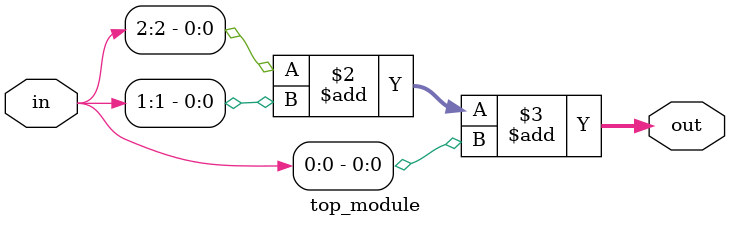
<source format=sv>
module top_module (
    input [2:0] in,
    output reg [1:0] out
);

    always @(*)
    begin
        out = in[2] + in[1] + in[0];   // Adding the bits produces the population count 
    end

endmodule

</source>
